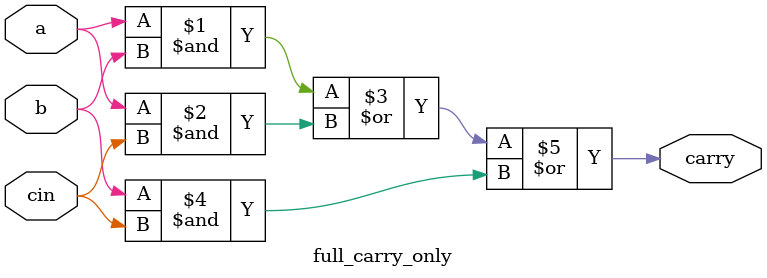
<source format=v>
module full_carry_only(input a, b, cin, output carry);
    assign carry = (a & b) | (a & cin) | (b & cin);
endmodule

</source>
